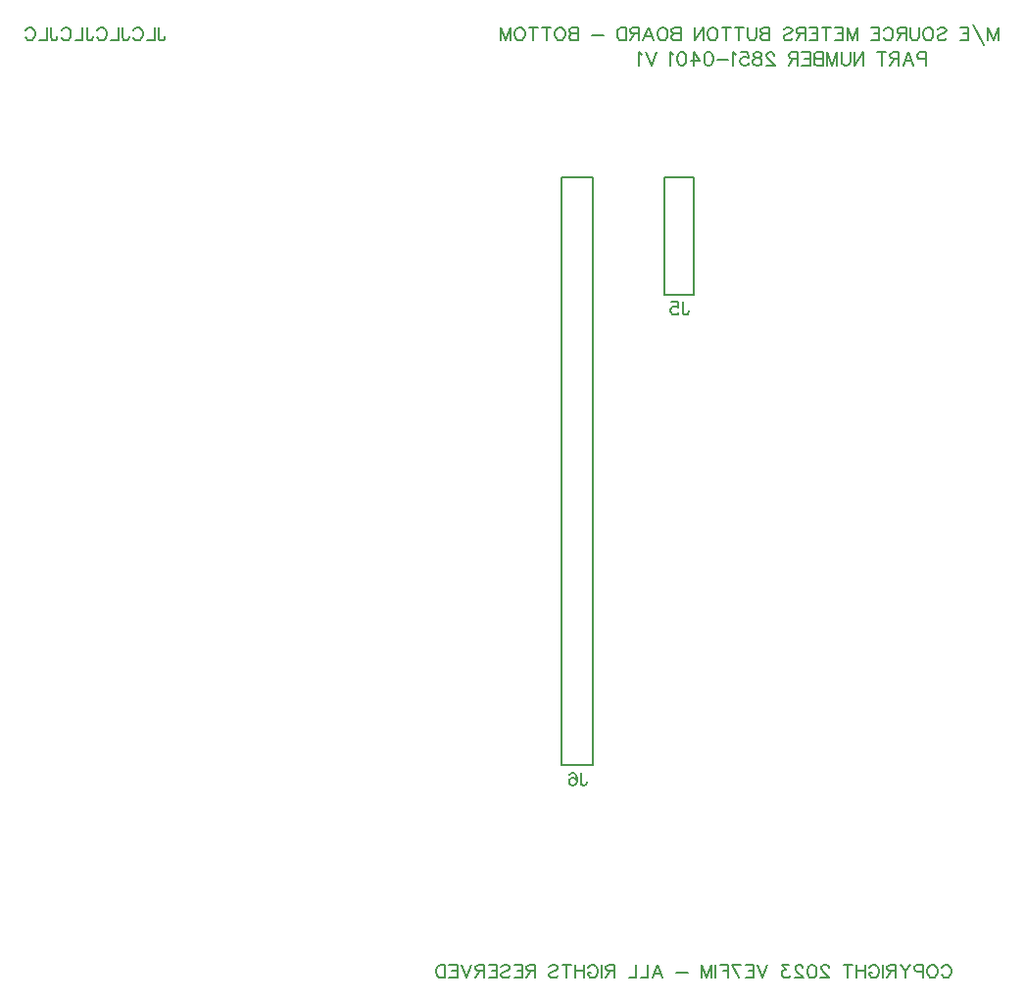
<source format=gbo>
G04 Layer: BottomSilkscreenLayer*
G04 EasyEDA v6.5.29, 2023-07-18 10:59:27*
G04 edb8639753f2491aa550edbca108bfa0,5a6b42c53f6a479593ecc07194224c93,10*
G04 Gerber Generator version 0.2*
G04 Scale: 100 percent, Rotated: No, Reflected: No *
G04 Dimensions in millimeters *
G04 leading zeros omitted , absolute positions ,4 integer and 5 decimal *
%FSLAX45Y45*%
%MOMM*%

%ADD10C,0.2032*%
%ADD11C,0.2030*%
%ADD12C,0.1524*%
%ADD13C,0.2030*%

%LPD*%
D10*
X1520187Y11576547D02*
G01*
X1520187Y11489171D01*
X1525775Y11472915D01*
X1531109Y11467327D01*
X1542031Y11461993D01*
X1552953Y11461993D01*
X1563875Y11467327D01*
X1569463Y11472915D01*
X1574797Y11489171D01*
X1574797Y11500093D01*
X1484373Y11576547D02*
G01*
X1484373Y11461993D01*
X1484373Y11461993D02*
G01*
X1418841Y11461993D01*
X1300985Y11549115D02*
G01*
X1306319Y11560037D01*
X1317241Y11570959D01*
X1328163Y11576547D01*
X1350007Y11576547D01*
X1360929Y11570959D01*
X1371851Y11560037D01*
X1377439Y11549115D01*
X1382773Y11532859D01*
X1382773Y11505681D01*
X1377439Y11489171D01*
X1371851Y11478249D01*
X1360929Y11467327D01*
X1350007Y11461993D01*
X1328163Y11461993D01*
X1317241Y11467327D01*
X1306319Y11478249D01*
X1300985Y11489171D01*
X1210561Y11576547D02*
G01*
X1210561Y11489171D01*
X1215895Y11472915D01*
X1221229Y11467327D01*
X1232151Y11461993D01*
X1243073Y11461993D01*
X1253995Y11467327D01*
X1259583Y11472915D01*
X1264917Y11489171D01*
X1264917Y11500093D01*
X1174493Y11576547D02*
G01*
X1174493Y11461993D01*
X1174493Y11461993D02*
G01*
X1108961Y11461993D01*
X991105Y11549115D02*
G01*
X996693Y11560037D01*
X1007615Y11570959D01*
X1018537Y11576547D01*
X1040127Y11576547D01*
X1051049Y11570959D01*
X1061971Y11560037D01*
X1067559Y11549115D01*
X1072893Y11532859D01*
X1072893Y11505681D01*
X1067559Y11489171D01*
X1061971Y11478249D01*
X1051049Y11467327D01*
X1040127Y11461993D01*
X1018537Y11461993D01*
X1007615Y11467327D01*
X996693Y11478249D01*
X991105Y11489171D01*
X900681Y11576547D02*
G01*
X900681Y11489171D01*
X906015Y11472915D01*
X911603Y11467327D01*
X922525Y11461993D01*
X933447Y11461993D01*
X944369Y11467327D01*
X949703Y11472915D01*
X955037Y11489171D01*
X955037Y11500093D01*
X864613Y11576547D02*
G01*
X864613Y11461993D01*
X864613Y11461993D02*
G01*
X799081Y11461993D01*
X681225Y11549115D02*
G01*
X686813Y11560037D01*
X697735Y11570959D01*
X708657Y11576547D01*
X730501Y11576547D01*
X741423Y11570959D01*
X752345Y11560037D01*
X757679Y11549115D01*
X763267Y11532859D01*
X763267Y11505681D01*
X757679Y11489171D01*
X752345Y11478249D01*
X741423Y11467327D01*
X730501Y11461993D01*
X708657Y11461993D01*
X697735Y11467327D01*
X686813Y11478249D01*
X681225Y11489171D01*
X590801Y11576547D02*
G01*
X590801Y11489171D01*
X596135Y11472915D01*
X601723Y11467327D01*
X612645Y11461993D01*
X623567Y11461993D01*
X634489Y11467327D01*
X639823Y11472915D01*
X645411Y11489171D01*
X645411Y11500093D01*
X554733Y11576547D02*
G01*
X554733Y11461993D01*
X554733Y11461993D02*
G01*
X489455Y11461993D01*
X371599Y11549115D02*
G01*
X376933Y11560037D01*
X387855Y11570959D01*
X398777Y11576547D01*
X420621Y11576547D01*
X431543Y11570959D01*
X442465Y11560037D01*
X447799Y11549115D01*
X453387Y11532859D01*
X453387Y11505681D01*
X447799Y11489171D01*
X442465Y11478249D01*
X431543Y11467327D01*
X420621Y11461993D01*
X398777Y11461993D01*
X387855Y11467327D01*
X376933Y11478249D01*
X371599Y11489171D01*
X8153400Y11360589D02*
G01*
X8153400Y11246045D01*
X8153400Y11360589D02*
G01*
X8104309Y11360589D01*
X8087946Y11355136D01*
X8082490Y11349682D01*
X8077037Y11338773D01*
X8077037Y11322408D01*
X8082490Y11311498D01*
X8087946Y11306045D01*
X8104309Y11300589D01*
X8153400Y11300589D01*
X7997400Y11360589D02*
G01*
X8041035Y11246045D01*
X7997400Y11360589D02*
G01*
X7953763Y11246045D01*
X8024672Y11284226D02*
G01*
X7970128Y11284226D01*
X7917764Y11360589D02*
G01*
X7917764Y11246045D01*
X7917764Y11360589D02*
G01*
X7868673Y11360589D01*
X7852310Y11355136D01*
X7846855Y11349682D01*
X7841401Y11338773D01*
X7841401Y11327864D01*
X7846855Y11316954D01*
X7852310Y11311498D01*
X7868673Y11306045D01*
X7917764Y11306045D01*
X7879582Y11306045D02*
G01*
X7841401Y11246045D01*
X7767218Y11360589D02*
G01*
X7767218Y11246045D01*
X7805399Y11360589D02*
G01*
X7729037Y11360589D01*
X7609037Y11360589D02*
G01*
X7609037Y11246045D01*
X7609037Y11360589D02*
G01*
X7532674Y11246045D01*
X7532674Y11360589D02*
G01*
X7532674Y11246045D01*
X7496672Y11360589D02*
G01*
X7496672Y11278773D01*
X7491219Y11262408D01*
X7480310Y11251498D01*
X7463947Y11246045D01*
X7453038Y11246045D01*
X7436672Y11251498D01*
X7425766Y11262408D01*
X7420310Y11278773D01*
X7420310Y11360589D01*
X7384310Y11360589D02*
G01*
X7384310Y11246045D01*
X7384310Y11360589D02*
G01*
X7340673Y11246045D01*
X7297038Y11360589D02*
G01*
X7340673Y11246045D01*
X7297038Y11360589D02*
G01*
X7297038Y11246045D01*
X7261037Y11360589D02*
G01*
X7261037Y11246045D01*
X7261037Y11360589D02*
G01*
X7211946Y11360589D01*
X7195583Y11355136D01*
X7190130Y11349682D01*
X7184674Y11338773D01*
X7184674Y11327864D01*
X7190130Y11316954D01*
X7195583Y11311498D01*
X7211946Y11306045D01*
X7261037Y11306045D02*
G01*
X7211946Y11306045D01*
X7195583Y11300589D01*
X7190130Y11295136D01*
X7184674Y11284226D01*
X7184674Y11267864D01*
X7190130Y11256954D01*
X7195583Y11251498D01*
X7211946Y11246045D01*
X7261037Y11246045D01*
X7148675Y11360589D02*
G01*
X7148675Y11246045D01*
X7148675Y11360589D02*
G01*
X7077765Y11360589D01*
X7148675Y11306045D02*
G01*
X7105037Y11306045D01*
X7148675Y11246045D02*
G01*
X7077765Y11246045D01*
X7041766Y11360589D02*
G01*
X7041766Y11246045D01*
X7041766Y11360589D02*
G01*
X6992675Y11360589D01*
X6976310Y11355136D01*
X6970857Y11349682D01*
X6965401Y11338773D01*
X6965401Y11327864D01*
X6970857Y11316954D01*
X6976310Y11311498D01*
X6992675Y11306045D01*
X7041766Y11306045D01*
X7003585Y11306045D02*
G01*
X6965401Y11246045D01*
X6839948Y11333317D02*
G01*
X6839948Y11338773D01*
X6834492Y11349682D01*
X6829038Y11355136D01*
X6818129Y11360589D01*
X6796311Y11360589D01*
X6785401Y11355136D01*
X6779948Y11349682D01*
X6774492Y11338773D01*
X6774492Y11327864D01*
X6779948Y11316954D01*
X6790857Y11300589D01*
X6845401Y11246045D01*
X6769039Y11246045D01*
X6705767Y11360589D02*
G01*
X6722130Y11355136D01*
X6727583Y11344226D01*
X6727583Y11333317D01*
X6722130Y11322408D01*
X6711221Y11316954D01*
X6689402Y11311498D01*
X6673039Y11306045D01*
X6662130Y11295136D01*
X6656674Y11284226D01*
X6656674Y11267864D01*
X6662130Y11256954D01*
X6667583Y11251498D01*
X6683949Y11246045D01*
X6705767Y11246045D01*
X6722130Y11251498D01*
X6727583Y11256954D01*
X6733039Y11267864D01*
X6733039Y11284226D01*
X6727583Y11295136D01*
X6716674Y11306045D01*
X6700311Y11311498D01*
X6678493Y11316954D01*
X6667583Y11322408D01*
X6662130Y11333317D01*
X6662130Y11344226D01*
X6667583Y11355136D01*
X6683949Y11360589D01*
X6705767Y11360589D01*
X6555221Y11360589D02*
G01*
X6609765Y11360589D01*
X6615221Y11311498D01*
X6609765Y11316954D01*
X6593403Y11322408D01*
X6577040Y11322408D01*
X6560675Y11316954D01*
X6549765Y11306045D01*
X6544312Y11289682D01*
X6544312Y11278773D01*
X6549765Y11262408D01*
X6560675Y11251498D01*
X6577040Y11246045D01*
X6593403Y11246045D01*
X6609765Y11251498D01*
X6615221Y11256954D01*
X6620675Y11267864D01*
X6508313Y11338773D02*
G01*
X6497403Y11344226D01*
X6481038Y11360589D01*
X6481038Y11246045D01*
X6445039Y11295136D02*
G01*
X6346858Y11295136D01*
X6278130Y11360589D02*
G01*
X6294493Y11355136D01*
X6305402Y11338773D01*
X6310858Y11311498D01*
X6310858Y11295136D01*
X6305402Y11267864D01*
X6294493Y11251498D01*
X6278130Y11246045D01*
X6267221Y11246045D01*
X6250858Y11251498D01*
X6239949Y11267864D01*
X6234493Y11295136D01*
X6234493Y11311498D01*
X6239949Y11338773D01*
X6250858Y11355136D01*
X6267221Y11360589D01*
X6278130Y11360589D01*
X6143950Y11360589D02*
G01*
X6198494Y11284226D01*
X6116675Y11284226D01*
X6143950Y11360589D02*
G01*
X6143950Y11246045D01*
X6047950Y11360589D02*
G01*
X6064313Y11355136D01*
X6075222Y11338773D01*
X6080676Y11311498D01*
X6080676Y11295136D01*
X6075222Y11267864D01*
X6064313Y11251498D01*
X6047950Y11246045D01*
X6037041Y11246045D01*
X6020676Y11251498D01*
X6009766Y11267864D01*
X6004313Y11295136D01*
X6004313Y11311498D01*
X6009766Y11338773D01*
X6020676Y11355136D01*
X6037041Y11360589D01*
X6047950Y11360589D01*
X5968314Y11338773D02*
G01*
X5957404Y11344226D01*
X5941039Y11360589D01*
X5941039Y11246045D01*
X5821039Y11360589D02*
G01*
X5777405Y11246045D01*
X5733768Y11360589D02*
G01*
X5777405Y11246045D01*
X5697768Y11338773D02*
G01*
X5686859Y11344226D01*
X5670496Y11360589D01*
X5670496Y11246045D01*
X8775700Y11576489D02*
G01*
X8775700Y11461945D01*
X8775700Y11576489D02*
G01*
X8732062Y11461945D01*
X8688428Y11576489D02*
G01*
X8732062Y11461945D01*
X8688428Y11576489D02*
G01*
X8688428Y11461945D01*
X8554245Y11598308D02*
G01*
X8652428Y11423764D01*
X8518245Y11576489D02*
G01*
X8518245Y11461945D01*
X8518245Y11576489D02*
G01*
X8447336Y11576489D01*
X8518245Y11521945D02*
G01*
X8474610Y11521945D01*
X8518245Y11461945D02*
G01*
X8447336Y11461945D01*
X8250974Y11560126D02*
G01*
X8261883Y11571036D01*
X8278246Y11576489D01*
X8300064Y11576489D01*
X8316427Y11571036D01*
X8327336Y11560126D01*
X8327336Y11549217D01*
X8321883Y11538308D01*
X8316427Y11532854D01*
X8305518Y11527398D01*
X8272792Y11516489D01*
X8261883Y11511036D01*
X8256427Y11505582D01*
X8250974Y11494673D01*
X8250974Y11478308D01*
X8261883Y11467398D01*
X8278246Y11461945D01*
X8300064Y11461945D01*
X8316427Y11467398D01*
X8327336Y11478308D01*
X8182246Y11576489D02*
G01*
X8193156Y11571036D01*
X8204065Y11560126D01*
X8209518Y11549217D01*
X8214974Y11532854D01*
X8214974Y11505582D01*
X8209518Y11489217D01*
X8204065Y11478308D01*
X8193156Y11467398D01*
X8182246Y11461945D01*
X8160428Y11461945D01*
X8149518Y11467398D01*
X8138609Y11478308D01*
X8133156Y11489217D01*
X8127700Y11505582D01*
X8127700Y11532854D01*
X8133156Y11549217D01*
X8138609Y11560126D01*
X8149518Y11571036D01*
X8160428Y11576489D01*
X8182246Y11576489D01*
X8091700Y11576489D02*
G01*
X8091700Y11494673D01*
X8086247Y11478308D01*
X8075338Y11467398D01*
X8058972Y11461945D01*
X8048066Y11461945D01*
X8031700Y11467398D01*
X8020791Y11478308D01*
X8015338Y11494673D01*
X8015338Y11576489D01*
X7979338Y11576489D02*
G01*
X7979338Y11461945D01*
X7979338Y11576489D02*
G01*
X7930248Y11576489D01*
X7913883Y11571036D01*
X7908429Y11565582D01*
X7902973Y11554673D01*
X7902973Y11543764D01*
X7908429Y11532854D01*
X7913883Y11527398D01*
X7930248Y11521945D01*
X7979338Y11521945D01*
X7941155Y11521945D02*
G01*
X7902973Y11461945D01*
X7785155Y11549217D02*
G01*
X7790611Y11560126D01*
X7801521Y11571036D01*
X7812430Y11576489D01*
X7834246Y11576489D01*
X7845155Y11571036D01*
X7856065Y11560126D01*
X7861520Y11549217D01*
X7866974Y11532854D01*
X7866974Y11505582D01*
X7861520Y11489217D01*
X7856065Y11478308D01*
X7845155Y11467398D01*
X7834246Y11461945D01*
X7812430Y11461945D01*
X7801521Y11467398D01*
X7790611Y11478308D01*
X7785155Y11489217D01*
X7749156Y11576489D02*
G01*
X7749156Y11461945D01*
X7749156Y11576489D02*
G01*
X7678247Y11576489D01*
X7749156Y11521945D02*
G01*
X7705519Y11521945D01*
X7749156Y11461945D02*
G01*
X7678247Y11461945D01*
X7558247Y11576489D02*
G01*
X7558247Y11461945D01*
X7558247Y11576489D02*
G01*
X7514612Y11461945D01*
X7470975Y11576489D02*
G01*
X7514612Y11461945D01*
X7470975Y11576489D02*
G01*
X7470975Y11461945D01*
X7434976Y11576489D02*
G01*
X7434976Y11461945D01*
X7434976Y11576489D02*
G01*
X7364067Y11576489D01*
X7434976Y11521945D02*
G01*
X7391339Y11521945D01*
X7434976Y11461945D02*
G01*
X7364067Y11461945D01*
X7289883Y11576489D02*
G01*
X7289883Y11461945D01*
X7328067Y11576489D02*
G01*
X7251702Y11576489D01*
X7215703Y11576489D02*
G01*
X7215703Y11461945D01*
X7215703Y11576489D02*
G01*
X7144793Y11576489D01*
X7215703Y11521945D02*
G01*
X7172065Y11521945D01*
X7215703Y11461945D02*
G01*
X7144793Y11461945D01*
X7108794Y11576489D02*
G01*
X7108794Y11461945D01*
X7108794Y11576489D02*
G01*
X7059703Y11576489D01*
X7043338Y11571036D01*
X7037885Y11565582D01*
X7032431Y11554673D01*
X7032431Y11543764D01*
X7037885Y11532854D01*
X7043338Y11527398D01*
X7059703Y11521945D01*
X7108794Y11521945D01*
X7070613Y11521945D02*
G01*
X7032431Y11461945D01*
X6920067Y11560126D02*
G01*
X6930976Y11571036D01*
X6947339Y11576489D01*
X6969158Y11576489D01*
X6985520Y11571036D01*
X6996429Y11560126D01*
X6996429Y11549217D01*
X6990976Y11538308D01*
X6985520Y11532854D01*
X6974613Y11527398D01*
X6941886Y11516489D01*
X6930976Y11511036D01*
X6925520Y11505582D01*
X6920067Y11494673D01*
X6920067Y11478308D01*
X6930976Y11467398D01*
X6947339Y11461945D01*
X6969158Y11461945D01*
X6985520Y11467398D01*
X6996429Y11478308D01*
X6800067Y11576489D02*
G01*
X6800067Y11461945D01*
X6800067Y11576489D02*
G01*
X6750977Y11576489D01*
X6734614Y11571036D01*
X6729158Y11565582D01*
X6723705Y11554673D01*
X6723705Y11543764D01*
X6729158Y11532854D01*
X6734614Y11527398D01*
X6750977Y11521945D01*
X6800067Y11521945D02*
G01*
X6750977Y11521945D01*
X6734614Y11516489D01*
X6729158Y11511036D01*
X6723705Y11500126D01*
X6723705Y11483764D01*
X6729158Y11472854D01*
X6734614Y11467398D01*
X6750977Y11461945D01*
X6800067Y11461945D01*
X6687703Y11576489D02*
G01*
X6687703Y11494673D01*
X6682249Y11478308D01*
X6671340Y11467398D01*
X6654977Y11461945D01*
X6644068Y11461945D01*
X6627703Y11467398D01*
X6616793Y11478308D01*
X6611340Y11494673D01*
X6611340Y11576489D01*
X6537159Y11576489D02*
G01*
X6537159Y11461945D01*
X6575341Y11576489D02*
G01*
X6498976Y11576489D01*
X6424795Y11576489D02*
G01*
X6424795Y11461945D01*
X6462976Y11576489D02*
G01*
X6386614Y11576489D01*
X6317886Y11576489D02*
G01*
X6328796Y11571036D01*
X6339705Y11560126D01*
X6345158Y11549217D01*
X6350614Y11532854D01*
X6350614Y11505582D01*
X6345158Y11489217D01*
X6339705Y11478308D01*
X6328796Y11467398D01*
X6317886Y11461945D01*
X6296068Y11461945D01*
X6285158Y11467398D01*
X6274249Y11478308D01*
X6268796Y11489217D01*
X6263340Y11505582D01*
X6263340Y11532854D01*
X6268796Y11549217D01*
X6274249Y11560126D01*
X6285158Y11571036D01*
X6296068Y11576489D01*
X6317886Y11576489D01*
X6227340Y11576489D02*
G01*
X6227340Y11461945D01*
X6227340Y11576489D02*
G01*
X6150978Y11461945D01*
X6150978Y11576489D02*
G01*
X6150978Y11461945D01*
X6030978Y11576489D02*
G01*
X6030978Y11461945D01*
X6030978Y11576489D02*
G01*
X5981887Y11576489D01*
X5965522Y11571036D01*
X5960069Y11565582D01*
X5954615Y11554673D01*
X5954615Y11543764D01*
X5960069Y11532854D01*
X5965522Y11527398D01*
X5981887Y11521945D01*
X6030978Y11521945D02*
G01*
X5981887Y11521945D01*
X5965522Y11516489D01*
X5960069Y11511036D01*
X5954615Y11500126D01*
X5954615Y11483764D01*
X5960069Y11472854D01*
X5965522Y11467398D01*
X5981887Y11461945D01*
X6030978Y11461945D01*
X5885888Y11576489D02*
G01*
X5896795Y11571036D01*
X5907704Y11560126D01*
X5913160Y11549217D01*
X5918614Y11532854D01*
X5918614Y11505582D01*
X5913160Y11489217D01*
X5907704Y11478308D01*
X5896795Y11467398D01*
X5885888Y11461945D01*
X5864070Y11461945D01*
X5853160Y11467398D01*
X5842251Y11478308D01*
X5836795Y11489217D01*
X5831342Y11505582D01*
X5831342Y11532854D01*
X5836795Y11549217D01*
X5842251Y11560126D01*
X5853160Y11571036D01*
X5864070Y11576489D01*
X5885888Y11576489D01*
X5751705Y11576489D02*
G01*
X5795342Y11461945D01*
X5751705Y11576489D02*
G01*
X5708070Y11461945D01*
X5778977Y11500126D02*
G01*
X5724433Y11500126D01*
X5672068Y11576489D02*
G01*
X5672068Y11461945D01*
X5672068Y11576489D02*
G01*
X5622978Y11576489D01*
X5606615Y11571036D01*
X5601159Y11565582D01*
X5595706Y11554673D01*
X5595706Y11543764D01*
X5601159Y11532854D01*
X5606615Y11527398D01*
X5622978Y11521945D01*
X5672068Y11521945D01*
X5633887Y11521945D02*
G01*
X5595706Y11461945D01*
X5559706Y11576489D02*
G01*
X5559706Y11461945D01*
X5559706Y11576489D02*
G01*
X5521525Y11576489D01*
X5505160Y11571036D01*
X5494251Y11560126D01*
X5488797Y11549217D01*
X5483341Y11532854D01*
X5483341Y11505582D01*
X5488797Y11489217D01*
X5494251Y11478308D01*
X5505160Y11467398D01*
X5521525Y11461945D01*
X5559706Y11461945D01*
X5363342Y11511036D02*
G01*
X5265160Y11511036D01*
X5145161Y11576489D02*
G01*
X5145161Y11461945D01*
X5145161Y11576489D02*
G01*
X5096070Y11576489D01*
X5079707Y11571036D01*
X5074251Y11565582D01*
X5068798Y11554673D01*
X5068798Y11543764D01*
X5074251Y11532854D01*
X5079707Y11527398D01*
X5096070Y11521945D01*
X5145161Y11521945D02*
G01*
X5096070Y11521945D01*
X5079707Y11516489D01*
X5074251Y11511036D01*
X5068798Y11500126D01*
X5068798Y11483764D01*
X5074251Y11472854D01*
X5079707Y11467398D01*
X5096070Y11461945D01*
X5145161Y11461945D01*
X5000071Y11576489D02*
G01*
X5010980Y11571036D01*
X5021889Y11560126D01*
X5027343Y11549217D01*
X5032799Y11532854D01*
X5032799Y11505582D01*
X5027343Y11489217D01*
X5021889Y11478308D01*
X5010980Y11467398D01*
X5000071Y11461945D01*
X4978252Y11461945D01*
X4967343Y11467398D01*
X4956434Y11478308D01*
X4950980Y11489217D01*
X4945524Y11505582D01*
X4945524Y11532854D01*
X4950980Y11549217D01*
X4956434Y11560126D01*
X4967343Y11571036D01*
X4978252Y11576489D01*
X5000071Y11576489D01*
X4871344Y11576489D02*
G01*
X4871344Y11461945D01*
X4909525Y11576489D02*
G01*
X4833162Y11576489D01*
X4758979Y11576489D02*
G01*
X4758979Y11461945D01*
X4797163Y11576489D02*
G01*
X4720798Y11576489D01*
X4652070Y11576489D02*
G01*
X4662980Y11571036D01*
X4673889Y11560126D01*
X4679345Y11549217D01*
X4684798Y11532854D01*
X4684798Y11505582D01*
X4679345Y11489217D01*
X4673889Y11478308D01*
X4662980Y11467398D01*
X4652070Y11461945D01*
X4630254Y11461945D01*
X4619345Y11467398D01*
X4608436Y11478308D01*
X4602980Y11489217D01*
X4597527Y11505582D01*
X4597527Y11532854D01*
X4602980Y11549217D01*
X4608436Y11560126D01*
X4619345Y11571036D01*
X4630254Y11576489D01*
X4652070Y11576489D01*
X4561527Y11576489D02*
G01*
X4561527Y11461945D01*
X4561527Y11576489D02*
G01*
X4517890Y11461945D01*
X4474253Y11576489D02*
G01*
X4517890Y11461945D01*
X4474253Y11576489D02*
G01*
X4474253Y11461945D01*
D11*
X8287481Y3446617D02*
G01*
X8292937Y3457526D01*
X8303846Y3468436D01*
X8314753Y3473889D01*
X8336572Y3473889D01*
X8347481Y3468436D01*
X8358390Y3457526D01*
X8363846Y3446617D01*
X8369300Y3430254D01*
X8369300Y3402982D01*
X8363846Y3386617D01*
X8358390Y3375708D01*
X8347481Y3364798D01*
X8336572Y3359345D01*
X8314753Y3359345D01*
X8303846Y3364798D01*
X8292937Y3375708D01*
X8287481Y3386617D01*
X8218754Y3473889D02*
G01*
X8229663Y3468436D01*
X8240572Y3457526D01*
X8246028Y3446617D01*
X8251482Y3430254D01*
X8251482Y3402982D01*
X8246028Y3386617D01*
X8240572Y3375708D01*
X8229663Y3364798D01*
X8218754Y3359345D01*
X8196935Y3359345D01*
X8186028Y3364798D01*
X8175119Y3375708D01*
X8169663Y3386617D01*
X8164210Y3402982D01*
X8164210Y3430254D01*
X8169663Y3446617D01*
X8175119Y3457526D01*
X8186028Y3468436D01*
X8196935Y3473889D01*
X8218754Y3473889D01*
X8128210Y3473889D02*
G01*
X8128210Y3359345D01*
X8128210Y3473889D02*
G01*
X8079117Y3473889D01*
X8062755Y3468436D01*
X8057301Y3462982D01*
X8051845Y3452073D01*
X8051845Y3435708D01*
X8057301Y3424798D01*
X8062755Y3419345D01*
X8079117Y3413889D01*
X8128210Y3413889D01*
X8015846Y3473889D02*
G01*
X7972209Y3419345D01*
X7972209Y3359345D01*
X7928574Y3473889D02*
G01*
X7972209Y3419345D01*
X7892572Y3473889D02*
G01*
X7892572Y3359345D01*
X7892572Y3473889D02*
G01*
X7843481Y3473889D01*
X7827119Y3468436D01*
X7821665Y3462982D01*
X7816209Y3452073D01*
X7816209Y3441164D01*
X7821665Y3430254D01*
X7827119Y3424798D01*
X7843481Y3419345D01*
X7892572Y3419345D01*
X7854391Y3419345D02*
G01*
X7816209Y3359345D01*
X7780210Y3473889D02*
G01*
X7780210Y3359345D01*
X7662392Y3446617D02*
G01*
X7667845Y3457526D01*
X7678755Y3468436D01*
X7689664Y3473889D01*
X7711483Y3473889D01*
X7722392Y3468436D01*
X7733301Y3457526D01*
X7738755Y3446617D01*
X7744211Y3430254D01*
X7744211Y3402982D01*
X7738755Y3386617D01*
X7733301Y3375708D01*
X7722392Y3364798D01*
X7711483Y3359345D01*
X7689664Y3359345D01*
X7678755Y3364798D01*
X7667845Y3375708D01*
X7662392Y3386617D01*
X7662392Y3402982D01*
X7689664Y3402982D02*
G01*
X7662392Y3402982D01*
X7626393Y3473889D02*
G01*
X7626393Y3359345D01*
X7550028Y3473889D02*
G01*
X7550028Y3359345D01*
X7626393Y3419345D02*
G01*
X7550028Y3419345D01*
X7475847Y3473889D02*
G01*
X7475847Y3359345D01*
X7514028Y3473889D02*
G01*
X7437666Y3473889D01*
X7312210Y3446617D02*
G01*
X7312210Y3452073D01*
X7306757Y3462982D01*
X7301301Y3468436D01*
X7290391Y3473889D01*
X7268575Y3473889D01*
X7257666Y3468436D01*
X7252210Y3462982D01*
X7246757Y3452073D01*
X7246757Y3441164D01*
X7252210Y3430254D01*
X7263119Y3413889D01*
X7317666Y3359345D01*
X7241301Y3359345D01*
X7172573Y3473889D02*
G01*
X7188939Y3468436D01*
X7199848Y3452073D01*
X7205301Y3424798D01*
X7205301Y3408436D01*
X7199848Y3381164D01*
X7188939Y3364798D01*
X7172573Y3359345D01*
X7161667Y3359345D01*
X7145301Y3364798D01*
X7134392Y3381164D01*
X7128939Y3408436D01*
X7128939Y3424798D01*
X7134392Y3452073D01*
X7145301Y3468436D01*
X7161667Y3473889D01*
X7172573Y3473889D01*
X7087483Y3446617D02*
G01*
X7087483Y3452073D01*
X7082030Y3462982D01*
X7076574Y3468436D01*
X7065665Y3473889D01*
X7043849Y3473889D01*
X7032939Y3468436D01*
X7027484Y3462982D01*
X7022030Y3452073D01*
X7022030Y3441164D01*
X7027484Y3430254D01*
X7038393Y3413889D01*
X7092939Y3359345D01*
X7016574Y3359345D01*
X6969666Y3473889D02*
G01*
X6909666Y3473889D01*
X6942394Y3430254D01*
X6926031Y3430254D01*
X6915122Y3424798D01*
X6909666Y3419345D01*
X6904212Y3402982D01*
X6904212Y3392073D01*
X6909666Y3375708D01*
X6920575Y3364798D01*
X6936938Y3359345D01*
X6953303Y3359345D01*
X6969666Y3364798D01*
X6975121Y3370254D01*
X6980575Y3381164D01*
X6784213Y3473889D02*
G01*
X6740575Y3359345D01*
X6696938Y3473889D02*
G01*
X6740575Y3359345D01*
X6660939Y3473889D02*
G01*
X6660939Y3359345D01*
X6660939Y3473889D02*
G01*
X6590029Y3473889D01*
X6660939Y3419345D02*
G01*
X6617304Y3419345D01*
X6660939Y3359345D02*
G01*
X6590029Y3359345D01*
X6477668Y3473889D02*
G01*
X6532211Y3359345D01*
X6554030Y3473889D02*
G01*
X6477668Y3473889D01*
X6441668Y3473889D02*
G01*
X6441668Y3359345D01*
X6441668Y3473889D02*
G01*
X6370759Y3473889D01*
X6441668Y3419345D02*
G01*
X6398031Y3419345D01*
X6334757Y3473889D02*
G01*
X6334757Y3359345D01*
X6298758Y3473889D02*
G01*
X6298758Y3359345D01*
X6298758Y3473889D02*
G01*
X6255123Y3359345D01*
X6211486Y3473889D02*
G01*
X6255123Y3359345D01*
X6211486Y3473889D02*
G01*
X6211486Y3359345D01*
X6091486Y3408436D02*
G01*
X5993305Y3408436D01*
X5829668Y3473889D02*
G01*
X5873305Y3359345D01*
X5829668Y3473889D02*
G01*
X5786033Y3359345D01*
X5856940Y3397526D02*
G01*
X5802396Y3397526D01*
X5750031Y3473889D02*
G01*
X5750031Y3359345D01*
X5750031Y3359345D02*
G01*
X5684578Y3359345D01*
X5648579Y3473889D02*
G01*
X5648579Y3359345D01*
X5648579Y3359345D02*
G01*
X5583123Y3359345D01*
X5463123Y3473889D02*
G01*
X5463123Y3359345D01*
X5463123Y3473889D02*
G01*
X5414032Y3473889D01*
X5397670Y3468436D01*
X5392214Y3462982D01*
X5386760Y3452073D01*
X5386760Y3441164D01*
X5392214Y3430254D01*
X5397670Y3424798D01*
X5414032Y3419345D01*
X5463123Y3419345D01*
X5424942Y3419345D02*
G01*
X5386760Y3359345D01*
X5350761Y3473889D02*
G01*
X5350761Y3359345D01*
X5232943Y3446617D02*
G01*
X5238396Y3457526D01*
X5249306Y3468436D01*
X5260215Y3473889D01*
X5282034Y3473889D01*
X5292943Y3468436D01*
X5303852Y3457526D01*
X5309306Y3446617D01*
X5314759Y3430254D01*
X5314759Y3402982D01*
X5309306Y3386617D01*
X5303852Y3375708D01*
X5292943Y3364798D01*
X5282034Y3359345D01*
X5260215Y3359345D01*
X5249306Y3364798D01*
X5238396Y3375708D01*
X5232943Y3386617D01*
X5232943Y3402982D01*
X5260215Y3402982D02*
G01*
X5232943Y3402982D01*
X5196941Y3473889D02*
G01*
X5196941Y3359345D01*
X5120579Y3473889D02*
G01*
X5120579Y3359345D01*
X5196941Y3419345D02*
G01*
X5120579Y3419345D01*
X5046398Y3473889D02*
G01*
X5046398Y3359345D01*
X5084579Y3473889D02*
G01*
X5008217Y3473889D01*
X4895852Y3457526D02*
G01*
X4906761Y3468436D01*
X4923124Y3473889D01*
X4944943Y3473889D01*
X4961305Y3468436D01*
X4972215Y3457526D01*
X4972215Y3446617D01*
X4966761Y3435708D01*
X4961305Y3430254D01*
X4950396Y3424798D01*
X4917671Y3413889D01*
X4906761Y3408436D01*
X4901305Y3402982D01*
X4895852Y3392073D01*
X4895852Y3375708D01*
X4906761Y3364798D01*
X4923124Y3359345D01*
X4944943Y3359345D01*
X4961305Y3364798D01*
X4972215Y3375708D01*
X4775852Y3473889D02*
G01*
X4775852Y3359345D01*
X4775852Y3473889D02*
G01*
X4726762Y3473889D01*
X4710396Y3468436D01*
X4704943Y3462982D01*
X4699490Y3452073D01*
X4699490Y3441164D01*
X4704943Y3430254D01*
X4710396Y3424798D01*
X4726762Y3419345D01*
X4775852Y3419345D01*
X4737671Y3419345D02*
G01*
X4699490Y3359345D01*
X4663488Y3473889D02*
G01*
X4663488Y3359345D01*
X4663488Y3473889D02*
G01*
X4592579Y3473889D01*
X4663488Y3419345D02*
G01*
X4619853Y3419345D01*
X4663488Y3359345D02*
G01*
X4592579Y3359345D01*
X4480217Y3457526D02*
G01*
X4491126Y3468436D01*
X4507489Y3473889D01*
X4529307Y3473889D01*
X4545670Y3468436D01*
X4556579Y3457526D01*
X4556579Y3446617D01*
X4551126Y3435708D01*
X4545670Y3430254D01*
X4534761Y3424798D01*
X4502035Y3413889D01*
X4491126Y3408436D01*
X4485670Y3402982D01*
X4480217Y3392073D01*
X4480217Y3375708D01*
X4491126Y3364798D01*
X4507489Y3359345D01*
X4529307Y3359345D01*
X4545670Y3364798D01*
X4556579Y3375708D01*
X4444217Y3473889D02*
G01*
X4444217Y3359345D01*
X4444217Y3473889D02*
G01*
X4373308Y3473889D01*
X4444217Y3419345D02*
G01*
X4400580Y3419345D01*
X4444217Y3359345D02*
G01*
X4373308Y3359345D01*
X4337309Y3473889D02*
G01*
X4337309Y3359345D01*
X4337309Y3473889D02*
G01*
X4288218Y3473889D01*
X4271853Y3468436D01*
X4266399Y3462982D01*
X4260943Y3452073D01*
X4260943Y3441164D01*
X4266399Y3430254D01*
X4271853Y3424798D01*
X4288218Y3419345D01*
X4337309Y3419345D01*
X4299125Y3419345D02*
G01*
X4260943Y3359345D01*
X4224944Y3473889D02*
G01*
X4181307Y3359345D01*
X4137672Y3473889D02*
G01*
X4181307Y3359345D01*
X4101673Y3473889D02*
G01*
X4101673Y3359345D01*
X4101673Y3473889D02*
G01*
X4030764Y3473889D01*
X4101673Y3419345D02*
G01*
X4058036Y3419345D01*
X4101673Y3359345D02*
G01*
X4030764Y3359345D01*
X3994762Y3473889D02*
G01*
X3994762Y3359345D01*
X3994762Y3473889D02*
G01*
X3956580Y3473889D01*
X3940218Y3468436D01*
X3929308Y3457526D01*
X3923855Y3446617D01*
X3918399Y3430254D01*
X3918399Y3402982D01*
X3923855Y3386617D01*
X3929308Y3375708D01*
X3940218Y3364798D01*
X3956580Y3359345D01*
X3994762Y3359345D01*
D12*
X6050648Y9201274D02*
G01*
X6050648Y9118147D01*
X6055845Y9102559D01*
X6061039Y9097365D01*
X6071430Y9092171D01*
X6081821Y9092171D01*
X6092212Y9097365D01*
X6097409Y9102559D01*
X6102604Y9118147D01*
X6102604Y9128539D01*
X5954013Y9201274D02*
G01*
X6005969Y9201274D01*
X6011163Y9154515D01*
X6005969Y9159709D01*
X5990381Y9164906D01*
X5974796Y9164906D01*
X5959208Y9159709D01*
X5948819Y9149321D01*
X5943622Y9133733D01*
X5943622Y9123342D01*
X5948819Y9107756D01*
X5959208Y9097365D01*
X5974796Y9092171D01*
X5990381Y9092171D01*
X6005969Y9097365D01*
X6011163Y9102559D01*
X6016358Y9112951D01*
X5167744Y5131838D02*
G01*
X5167744Y5048712D01*
X5172941Y5033124D01*
X5178135Y5027929D01*
X5188526Y5022735D01*
X5198917Y5022735D01*
X5209308Y5027929D01*
X5214505Y5033124D01*
X5219700Y5048712D01*
X5219700Y5059103D01*
X5071109Y5116253D02*
G01*
X5076304Y5126644D01*
X5091892Y5131838D01*
X5102283Y5131838D01*
X5117868Y5126644D01*
X5128259Y5111056D01*
X5133454Y5085079D01*
X5133454Y5059103D01*
X5128259Y5038321D01*
X5117868Y5027929D01*
X5102283Y5022735D01*
X5097086Y5022735D01*
X5081501Y5027929D01*
X5071109Y5038321D01*
X5065915Y5053906D01*
X5065915Y5059103D01*
X5071109Y5074688D01*
X5081501Y5085079D01*
X5097086Y5090274D01*
X5102283Y5090274D01*
X5117868Y5085079D01*
X5128259Y5074688D01*
X5133454Y5059103D01*
D10*
X6148095Y10280192D02*
G01*
X5894095Y10280192D01*
X5894095Y9264192D01*
X6148095Y9264192D01*
X6148095Y9454692D01*
D13*
X6148095Y10280192D02*
G01*
X6148095Y9454692D01*
D10*
X5259095Y10280192D02*
G01*
X5271795Y10280192D01*
X5271795Y5200192D01*
X5005095Y5200192D01*
X5005095Y10280192D01*
X5259095Y10280192D01*
M02*

</source>
